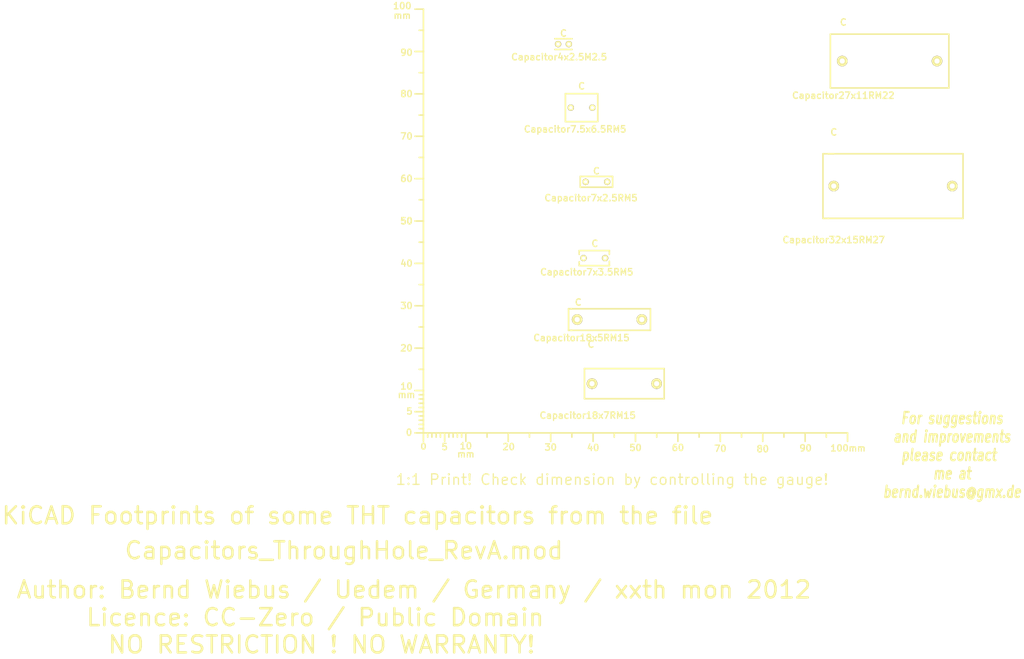
<source format=kicad_pcb>
(kicad_pcb (version 3) (host pcbnew "(2013-03-30 BZR 4007)-stable")

  (general
    (links 0)
    (no_connects 0)
    (area 33.10636 40.805099 274.02378 197.30085)
    (thickness 1.6002)
    (drawings 6)
    (tracks 0)
    (zones 0)
    (modules 9)
    (nets 1)
  )

  (page A4)
  (layers
    (15 Vorderseite signal)
    (0 Rückseite signal)
    (16 B.Adhes user)
    (17 F.Adhes user)
    (18 B.Paste user)
    (19 F.Paste user)
    (20 B.SilkS user)
    (21 F.SilkS user)
    (22 B.Mask user)
    (23 F.Mask user)
    (24 Dwgs.User user)
    (25 Cmts.User user)
    (26 Eco1.User user)
    (27 Eco2.User user)
    (28 Edge.Cuts user)
  )

  (setup
    (last_trace_width 0.2032)
    (trace_clearance 0.254)
    (zone_clearance 0.508)
    (zone_45_only no)
    (trace_min 0.2032)
    (segment_width 0.381)
    (edge_width 0.381)
    (via_size 0.889)
    (via_drill 0.635)
    (via_min_size 0.889)
    (via_min_drill 0.508)
    (uvia_size 0.508)
    (uvia_drill 0.127)
    (uvias_allowed no)
    (uvia_min_size 0.508)
    (uvia_min_drill 0.127)
    (pcb_text_width 0.3048)
    (pcb_text_size 1.524 2.032)
    (mod_edge_width 0.381)
    (mod_text_size 1.524 1.524)
    (mod_text_width 0.3048)
    (pad_size 1.524 1.524)
    (pad_drill 0.8128)
    (pad_to_mask_clearance 0.254)
    (aux_axis_origin 0 0)
    (visible_elements 7FFFFFFF)
    (pcbplotparams
      (layerselection 3178497)
      (usegerberextensions true)
      (excludeedgelayer true)
      (linewidth 60)
      (plotframeref false)
      (viasonmask false)
      (mode 1)
      (useauxorigin false)
      (hpglpennumber 1)
      (hpglpenspeed 20)
      (hpglpendiameter 15)
      (hpglpenoverlay 0)
      (psnegative false)
      (psa4output false)
      (plotreference true)
      (plotvalue true)
      (plotothertext true)
      (plotinvisibletext false)
      (padsonsilk false)
      (subtractmaskfromsilk false)
      (outputformat 1)
      (mirror false)
      (drillshape 1)
      (scaleselection 1)
      (outputdirectory ""))
  )

  (net 0 "")

  (net_class Default "Dies ist die voreingestellte Netzklasse."
    (clearance 0.254)
    (trace_width 0.2032)
    (via_dia 0.889)
    (via_drill 0.635)
    (uvia_dia 0.508)
    (uvia_drill 0.127)
    (add_net "")
  )

  (module Gauge_100mm_Type2_SilkScreenTop_RevA_Date22Jun2010 (layer Vorderseite) (tedit 4D963937) (tstamp 4D88F07A)
    (at 132.75056 141.2494)
    (descr "Gauge, Massstab, 100mm, SilkScreenTop, Type 2,")
    (tags "Gauge, Massstab, 100mm, SilkScreenTop, Type 2,")
    (path Gauge_100mm_Type2_SilkScreenTop_RevA_Date22Jun2010)
    (fp_text reference MSC (at 4.0005 8.99922) (layer F.SilkS) hide
      (effects (font (size 1.524 1.524) (thickness 0.3048)))
    )
    (fp_text value Gauge_100mm_Type2_SilkScreenTop_RevA_Date22Jun2010 (at 45.9994 8.99922) (layer F.SilkS) hide
      (effects (font (size 1.524 1.524) (thickness 0.3048)))
    )
    (fp_text user mm (at 9.99998 5.00126) (layer F.SilkS)
      (effects (font (size 1.524 1.524) (thickness 0.3048)))
    )
    (fp_text user mm (at -4.0005 -8.99922) (layer F.SilkS)
      (effects (font (size 1.524 1.524) (thickness 0.3048)))
    )
    (fp_text user mm (at -5.00126 -98.5012) (layer F.SilkS)
      (effects (font (size 1.524 1.524) (thickness 0.3048)))
    )
    (fp_text user 10 (at 10.00506 3.0988) (layer F.SilkS)
      (effects (font (size 1.50114 1.50114) (thickness 0.29972)))
    )
    (fp_text user 0 (at 0.00508 3.19786) (layer F.SilkS)
      (effects (font (size 1.39954 1.50114) (thickness 0.29972)))
    )
    (fp_text user 5 (at 5.0038 3.29946) (layer F.SilkS)
      (effects (font (size 1.50114 1.50114) (thickness 0.29972)))
    )
    (fp_text user 20 (at 20.1041 3.29946) (layer F.SilkS)
      (effects (font (size 1.50114 1.50114) (thickness 0.29972)))
    )
    (fp_text user 30 (at 30.00502 3.39852) (layer F.SilkS)
      (effects (font (size 1.50114 1.50114) (thickness 0.29972)))
    )
    (fp_text user 40 (at 40.005 3.50012) (layer F.SilkS)
      (effects (font (size 1.50114 1.50114) (thickness 0.29972)))
    )
    (fp_text user 50 (at 50.00498 3.50012) (layer F.SilkS)
      (effects (font (size 1.50114 1.50114) (thickness 0.29972)))
    )
    (fp_text user 60 (at 60.00496 3.50012) (layer F.SilkS)
      (effects (font (size 1.50114 1.50114) (thickness 0.29972)))
    )
    (fp_text user 70 (at 70.00494 3.70078) (layer F.SilkS)
      (effects (font (size 1.50114 1.50114) (thickness 0.29972)))
    )
    (fp_text user 80 (at 80.00492 3.79984) (layer F.SilkS)
      (effects (font (size 1.50114 1.50114) (thickness 0.29972)))
    )
    (fp_text user 90 (at 90.1065 3.60172) (layer F.SilkS)
      (effects (font (size 1.50114 1.50114) (thickness 0.29972)))
    )
    (fp_text user 100mm (at 100.10648 3.60172) (layer F.SilkS)
      (effects (font (size 1.50114 1.50114) (thickness 0.29972)))
    )
    (fp_line (start 0 -8.99922) (end -1.00076 -8.99922) (layer F.SilkS) (width 0.381))
    (fp_line (start 0 -8.001) (end -1.00076 -8.001) (layer F.SilkS) (width 0.381))
    (fp_line (start 0 -7.00024) (end -1.00076 -7.00024) (layer F.SilkS) (width 0.381))
    (fp_line (start 0 -5.99948) (end -1.00076 -5.99948) (layer F.SilkS) (width 0.381))
    (fp_line (start 0 -4.0005) (end -1.00076 -4.0005) (layer F.SilkS) (width 0.381))
    (fp_line (start 0 -2.99974) (end -1.00076 -2.99974) (layer F.SilkS) (width 0.381))
    (fp_line (start 0 -1.99898) (end -1.00076 -1.99898) (layer F.SilkS) (width 0.381))
    (fp_line (start 0 -1.00076) (end -1.00076 -1.00076) (layer F.SilkS) (width 0.381))
    (fp_line (start 0 0) (end -1.99898 0) (layer F.SilkS) (width 0.381))
    (fp_line (start 0 -5.00126) (end -1.99898 -5.00126) (layer F.SilkS) (width 0.381))
    (fp_line (start 0 -9.99998) (end -1.99898 -9.99998) (layer F.SilkS) (width 0.381))
    (fp_line (start 0 -15.00124) (end -1.00076 -15.00124) (layer F.SilkS) (width 0.381))
    (fp_line (start 0 -19.99996) (end -1.99898 -19.99996) (layer F.SilkS) (width 0.381))
    (fp_line (start 0 -25.00122) (end -1.00076 -25.00122) (layer F.SilkS) (width 0.381))
    (fp_line (start 0 -29.99994) (end -1.99898 -29.99994) (layer F.SilkS) (width 0.381))
    (fp_line (start 0 -35.0012) (end -1.00076 -35.0012) (layer F.SilkS) (width 0.381))
    (fp_line (start 0 -39.99992) (end -1.99898 -39.99992) (layer F.SilkS) (width 0.381))
    (fp_line (start 0 -45.00118) (end -1.00076 -45.00118) (layer F.SilkS) (width 0.381))
    (fp_line (start 0 -49.9999) (end -1.99898 -49.9999) (layer F.SilkS) (width 0.381))
    (fp_line (start 0 -55.00116) (end -1.00076 -55.00116) (layer F.SilkS) (width 0.381))
    (fp_line (start 0 -59.99988) (end -1.99898 -59.99988) (layer F.SilkS) (width 0.381))
    (fp_line (start 0 -65.00114) (end -1.00076 -65.00114) (layer F.SilkS) (width 0.381))
    (fp_line (start 0 -69.99986) (end -1.99898 -69.99986) (layer F.SilkS) (width 0.381))
    (fp_line (start 0 -75.00112) (end -1.00076 -75.00112) (layer F.SilkS) (width 0.381))
    (fp_line (start 0 -79.99984) (end -1.99898 -79.99984) (layer F.SilkS) (width 0.381))
    (fp_line (start 0 -85.0011) (end -1.00076 -85.0011) (layer F.SilkS) (width 0.381))
    (fp_line (start 0 -89.99982) (end -1.99898 -89.99982) (layer F.SilkS) (width 0.381))
    (fp_line (start 0 -95.00108) (end -1.00076 -95.00108) (layer F.SilkS) (width 0.381))
    (fp_line (start 0 0) (end 0 -99.9998) (layer F.SilkS) (width 0.381))
    (fp_line (start 0 -99.9998) (end -1.99898 -99.9998) (layer F.SilkS) (width 0.381))
    (fp_text user 100 (at -4.99872 -100.7491) (layer F.SilkS)
      (effects (font (size 1.50114 1.50114) (thickness 0.29972)))
    )
    (fp_text user 90 (at -4.0005 -89.7509) (layer F.SilkS)
      (effects (font (size 1.50114 1.50114) (thickness 0.29972)))
    )
    (fp_text user 80 (at -4.0005 -79.99984) (layer F.SilkS)
      (effects (font (size 1.50114 1.50114) (thickness 0.29972)))
    )
    (fp_text user 70 (at -4.0005 -69.99986) (layer F.SilkS)
      (effects (font (size 1.50114 1.50114) (thickness 0.29972)))
    )
    (fp_text user 60 (at -4.0005 -59.99988) (layer F.SilkS)
      (effects (font (size 1.50114 1.50114) (thickness 0.29972)))
    )
    (fp_text user 50 (at -4.0005 -49.9999) (layer F.SilkS)
      (effects (font (size 1.50114 1.50114) (thickness 0.34036)))
    )
    (fp_text user 40 (at -4.0005 -39.99992) (layer F.SilkS)
      (effects (font (size 1.50114 1.50114) (thickness 0.29972)))
    )
    (fp_text user 30 (at -4.0005 -29.99994) (layer F.SilkS)
      (effects (font (size 1.50114 1.50114) (thickness 0.29972)))
    )
    (fp_text user 20 (at -4.0005 -19.99996) (layer F.SilkS)
      (effects (font (size 1.50114 1.50114) (thickness 0.29972)))
    )
    (fp_line (start 95.00108 0) (end 95.00108 1.00076) (layer F.SilkS) (width 0.381))
    (fp_line (start 89.99982 0) (end 89.99982 1.99898) (layer F.SilkS) (width 0.381))
    (fp_line (start 85.0011 0) (end 85.0011 1.00076) (layer F.SilkS) (width 0.381))
    (fp_line (start 79.99984 0) (end 79.99984 1.99898) (layer F.SilkS) (width 0.381))
    (fp_line (start 75.00112 0) (end 75.00112 1.00076) (layer F.SilkS) (width 0.381))
    (fp_line (start 69.99986 0) (end 69.99986 1.99898) (layer F.SilkS) (width 0.381))
    (fp_line (start 65.00114 0) (end 65.00114 1.00076) (layer F.SilkS) (width 0.381))
    (fp_line (start 59.99988 0) (end 59.99988 1.99898) (layer F.SilkS) (width 0.381))
    (fp_line (start 55.00116 0) (end 55.00116 1.00076) (layer F.SilkS) (width 0.381))
    (fp_line (start 49.9999 0) (end 49.9999 1.99898) (layer F.SilkS) (width 0.381))
    (fp_line (start 45.00118 0) (end 45.00118 1.00076) (layer F.SilkS) (width 0.381))
    (fp_line (start 39.99992 0) (end 39.99992 1.99898) (layer F.SilkS) (width 0.381))
    (fp_line (start 35.0012 0) (end 35.0012 1.00076) (layer F.SilkS) (width 0.381))
    (fp_line (start 29.99994 0) (end 29.99994 1.99898) (layer F.SilkS) (width 0.381))
    (fp_line (start 25.00122 0) (end 25.00122 1.00076) (layer F.SilkS) (width 0.381))
    (fp_line (start 19.99996 0) (end 19.99996 1.99898) (layer F.SilkS) (width 0.381))
    (fp_line (start 15.00124 0) (end 15.00124 1.00076) (layer F.SilkS) (width 0.381))
    (fp_line (start 9.99998 0) (end 99.9998 0) (layer F.SilkS) (width 0.381))
    (fp_line (start 99.9998 0) (end 99.9998 1.99898) (layer F.SilkS) (width 0.381))
    (fp_text user 5 (at -3.302 -5.10286) (layer F.SilkS)
      (effects (font (size 1.50114 1.50114) (thickness 0.29972)))
    )
    (fp_text user 0 (at -3.4036 -0.10414) (layer F.SilkS)
      (effects (font (size 1.50114 1.50114) (thickness 0.29972)))
    )
    (fp_text user 10 (at -4.0005 -11.00074) (layer F.SilkS)
      (effects (font (size 1.50114 1.50114) (thickness 0.29972)))
    )
    (fp_line (start 8.99922 0) (end 8.99922 1.00076) (layer F.SilkS) (width 0.381))
    (fp_line (start 8.001 0) (end 8.001 1.00076) (layer F.SilkS) (width 0.381))
    (fp_line (start 7.00024 0) (end 7.00024 1.00076) (layer F.SilkS) (width 0.381))
    (fp_line (start 5.99948 0) (end 5.99948 1.00076) (layer F.SilkS) (width 0.381))
    (fp_line (start 4.0005 0) (end 4.0005 1.00076) (layer F.SilkS) (width 0.381))
    (fp_line (start 2.99974 0) (end 2.99974 1.00076) (layer F.SilkS) (width 0.381))
    (fp_line (start 1.99898 0) (end 1.99898 1.00076) (layer F.SilkS) (width 0.381))
    (fp_line (start 1.00076 0) (end 1.00076 1.00076) (layer F.SilkS) (width 0.381))
    (fp_line (start 5.00126 0) (end 5.00126 1.99898) (layer F.SilkS) (width 0.381))
    (fp_line (start 0 0) (end 0 1.99898) (layer F.SilkS) (width 0.381))
    (fp_line (start 0 0) (end 9.99998 0) (layer F.SilkS) (width 0.381))
    (fp_line (start 9.99998 0) (end 9.99998 1.99898) (layer F.SilkS) (width 0.381))
  )

  (module Capacitor4x3RM2.5 (layer Vorderseite) (tedit 4BAE1C6A) (tstamp 515B7269)
    (at 164.5 49.5)
    (descr "Capacitor 4mm x 2,5mm RM 2,5mm")
    (tags "Capacitor Kondensator")
    (fp_text reference C (at 1.27 -2.54) (layer F.SilkS)
      (effects (font (size 1.524 1.524) (thickness 0.3048)))
    )
    (fp_text value Capacitor4x2.5M2.5 (at 0.254 3.048) (layer F.SilkS)
      (effects (font (size 1.524 1.524) (thickness 0.3048)))
    )
    (fp_line (start 3.302 -1.27) (end -0.762 -1.27) (layer F.SilkS) (width 0.381))
    (fp_line (start -0.762 1.27) (end 3.302 1.27) (layer F.SilkS) (width 0.381))
    (pad 1 thru_hole circle (at 0 0) (size 1.50114 1.50114) (drill 0.8001)
      (layers *.Cu *.Mask F.SilkS)
    )
    (pad 2 thru_hole circle (at 2.54 0) (size 1.50114 1.50114) (drill 0.8001)
      (layers *.Cu *.Mask F.SilkS)
    )
  )

  (module Capacitor7.5x6.5RM5 (layer Vorderseite) (tedit 4BAE1AFB) (tstamp 515B72D8)
    (at 167.5 64.5)
    (descr "Capacitor 7,5mm x 6,5mm RM 5mm")
    (tags "Capacitor Kondensator")
    (fp_text reference C (at 2.54 -5.08) (layer F.SilkS)
      (effects (font (size 1.524 1.524) (thickness 0.3048)))
    )
    (fp_text value Capacitor7.5x6.5RM5 (at 1.016 5.08) (layer F.SilkS)
      (effects (font (size 1.524 1.524) (thickness 0.3048)))
    )
    (fp_line (start 6.35 3.302) (end 6.35 -3.302) (layer F.SilkS) (width 0.381))
    (fp_line (start 6.35 -3.302) (end -1.27 -3.302) (layer F.SilkS) (width 0.381))
    (fp_line (start -1.27 -3.302) (end -1.27 3.302) (layer F.SilkS) (width 0.381))
    (fp_line (start -1.27 3.302) (end 6.35 3.302) (layer F.SilkS) (width 0.381))
    (pad 1 thru_hole circle (at 0 0) (size 1.50114 1.50114) (drill 0.8001)
      (layers *.Cu *.Mask F.SilkS)
    )
    (pad 2 thru_hole circle (at 5.08 0) (size 1.50114 1.50114) (drill 0.8001)
      (layers *.Cu *.Mask F.SilkS)
    )
  )

  (module Capacitor7x2.5RM5 (layer Vorderseite) (tedit 4BAE1B31) (tstamp 515B734B)
    (at 171 82)
    (descr "Capacitor 7mm x 2,5mm RM 5mm")
    (tags "Capacitor Kondensator")
    (fp_text reference C (at 2.54 -2.54) (layer F.SilkS)
      (effects (font (size 1.524 1.524) (thickness 0.3048)))
    )
    (fp_text value Capacitor7x2.5RM5 (at 1.27 3.81) (layer F.SilkS)
      (effects (font (size 1.524 1.524) (thickness 0.3048)))
    )
    (fp_line (start 6.35 1.27) (end 6.35 -1.27) (layer F.SilkS) (width 0.381))
    (fp_line (start 6.35 -1.27) (end -1.27 -1.27) (layer F.SilkS) (width 0.381))
    (fp_line (start -1.27 -1.27) (end -1.27 1.27) (layer F.SilkS) (width 0.381))
    (fp_line (start -1.27 1.27) (end 6.35 1.27) (layer F.SilkS) (width 0.381))
    (pad 1 thru_hole circle (at 0 0) (size 1.50114 1.50114) (drill 0.8001)
      (layers *.Cu *.Mask F.SilkS)
    )
    (pad 2 thru_hole circle (at 5.08 0) (size 1.50114 1.50114) (drill 0.8001)
      (layers *.Cu *.Mask F.SilkS)
    )
  )

  (module Capacitor7x3.5RM5 (layer Vorderseite) (tedit 4BAE1B7D) (tstamp 515B73C2)
    (at 170.5 100)
    (descr "Capacitor 7mm x 3,5mm RM 5mm")
    (tags "Capacitor Kondensator")
    (fp_text reference C (at 2.667 -3.429) (layer F.SilkS)
      (effects (font (size 1.524 1.524) (thickness 0.3048)))
    )
    (fp_text value Capacitor7x3.5RM5 (at 0.762 3.302) (layer F.SilkS)
      (effects (font (size 1.524 1.524) (thickness 0.3048)))
    )
    (fp_line (start 6.096 1.778) (end 6.096 0.762) (layer F.SilkS) (width 0.381))
    (fp_line (start 6.096 -1.778) (end 6.096 -0.889) (layer F.SilkS) (width 0.381))
    (fp_line (start -1.016 1.778) (end -1.016 0.889) (layer F.SilkS) (width 0.381))
    (fp_line (start -1.016 -1.778) (end -1.016 -0.889) (layer F.SilkS) (width 0.381))
    (fp_line (start 6.096 -1.778) (end -1.016 -1.778) (layer F.SilkS) (width 0.381))
    (fp_line (start -1.016 1.778) (end 6.096 1.778) (layer F.SilkS) (width 0.381))
    (pad 1 thru_hole circle (at 0 0) (size 1.50114 1.50114) (drill 0.8001)
      (layers *.Cu *.Mask F.SilkS)
    )
    (pad 2 thru_hole circle (at 5.08 0) (size 1.50114 1.50114) (drill 0.8001)
      (layers *.Cu *.Mask F.SilkS)
    )
  )

  (module Capacitor18x5RM15 (layer Vorderseite) (tedit 4B5769D8) (tstamp 515B743D)
    (at 169 114.5)
    (descr "Capacitor 18mm x 5mm RM 5mm")
    (tags "Capacitor Kondensator Folienkondensator")
    (fp_text reference C (at 0.254 -4.064) (layer F.SilkS)
      (effects (font (size 1.524 1.524) (thickness 0.3048)))
    )
    (fp_text value Capacitor18x5RM15 (at 1.016 4.318) (layer F.SilkS)
      (effects (font (size 1.524 1.524) (thickness 0.3048)))
    )
    (fp_line (start -2.032 2.54) (end -1.27 2.54) (layer F.SilkS) (width 0.381))
    (fp_line (start -1.27 -2.54) (end -2.032 -2.54) (layer F.SilkS) (width 0.381))
    (fp_line (start 17.272 2.54) (end 17.272 -2.54) (layer F.SilkS) (width 0.381))
    (fp_line (start 17.272 -2.54) (end -1.524 -2.54) (layer F.SilkS) (width 0.381))
    (fp_line (start -2.032 -2.54) (end -2.032 2.54) (layer F.SilkS) (width 0.381))
    (fp_line (start -1.524 2.54) (end 17.272 2.54) (layer F.SilkS) (width 0.381))
    (pad 1 thru_hole circle (at 0 0) (size 2.49936 2.49936) (drill 1.19888)
      (layers *.Cu *.Mask F.SilkS)
    )
    (pad 2 thru_hole circle (at 15.24 0) (size 2.49936 2.49936) (drill 1.19888)
      (layers *.Cu *.Mask F.SilkS)
    )
  )

  (module Capacitor18x7RM15 (layer Vorderseite) (tedit 4B5769F9) (tstamp 515B74B6)
    (at 172.5 129.5)
    (descr "Capacitor 18mm x 7mm RM 15mm")
    (tags "Capacitor Kondensator Folienkondensator")
    (fp_text reference C (at -0.254 -9.144) (layer F.SilkS)
      (effects (font (size 1.524 1.524) (thickness 0.3048)))
    )
    (fp_text value Capacitor18x7RM15 (at -1.016 7.62) (layer F.SilkS)
      (effects (font (size 1.524 1.524) (thickness 0.3048)))
    )
    (fp_line (start 17.018 3.683) (end 17.018 -3.175) (layer F.SilkS) (width 0.381))
    (fp_line (start 17.018 -3.175) (end 17.018 -3.429) (layer F.SilkS) (width 0.381))
    (fp_line (start 17.018 -3.429) (end -1.778 -3.429) (layer F.SilkS) (width 0.381))
    (fp_line (start -1.778 -3.429) (end -1.778 3.683) (layer F.SilkS) (width 0.381))
    (fp_line (start -1.778 3.683) (end 17.018 3.683) (layer F.SilkS) (width 0.381))
    (pad 1 thru_hole circle (at 0 0.127) (size 2.49936 2.49936) (drill 1.19888)
      (layers *.Cu *.Mask F.SilkS)
    )
    (pad 2 thru_hole circle (at 15.24 0.127) (size 2.49936 2.49936) (drill 1.19888)
      (layers *.Cu *.Mask F.SilkS)
    )
  )

  (module Capacitor27x11RM22 (layer Vorderseite) (tedit 4B576A20) (tstamp 515B752B)
    (at 231.5 53.5)
    (descr "Capacitor 27mm x 11mm RM 22mm")
    (tags "Capacitor Kondensator Folienkondensator")
    (fp_text reference C (at 0.254 -9.144) (layer F.SilkS)
      (effects (font (size 1.524 1.524) (thickness 0.3048)))
    )
    (fp_text value Capacitor27x11RM22 (at 0.254 8.128) (layer F.SilkS)
      (effects (font (size 1.524 1.524) (thickness 0.3048)))
    )
    (fp_line (start 25.146 -6.35) (end -2.794 -6.35) (layer F.SilkS) (width 0.381))
    (fp_line (start -2.794 -6.35) (end -2.794 6.35) (layer F.SilkS) (width 0.381))
    (fp_line (start -2.794 6.35) (end 25.146 6.35) (layer F.SilkS) (width 0.381))
    (fp_line (start 25.146 6.35) (end 25.146 -6.35) (layer F.SilkS) (width 0.381))
    (pad 1 thru_hole circle (at 0 0) (size 2.49936 2.49936) (drill 1.19888)
      (layers *.Cu *.Mask F.SilkS)
    )
    (pad 2 thru_hole circle (at 22.352 0) (size 2.49936 2.49936) (drill 1.19888)
      (layers *.Cu *.Mask F.SilkS)
    )
  )

  (module Capacitor32x15RM27 (layer Vorderseite) (tedit 4B576A5C) (tstamp 515B75A4)
    (at 229.5 83)
    (descr "Capacitor 32mm x 15mm RM 27mm")
    (tags "Capacitor Kondensator Folienkondensator")
    (fp_text reference C (at 0 -12.7) (layer F.SilkS)
      (effects (font (size 1.524 1.524) (thickness 0.3048)))
    )
    (fp_text value Capacitor32x15RM27 (at 0 12.7) (layer F.SilkS)
      (effects (font (size 1.524 1.524) (thickness 0.3048)))
    )
    (fp_line (start -2.54 7.62) (end -1.27 7.62) (layer F.SilkS) (width 0.381))
    (fp_line (start 0 -7.62) (end -1.27 -7.62) (layer F.SilkS) (width 0.381))
    (fp_line (start -1.27 -7.62) (end -2.54 -7.62) (layer F.SilkS) (width 0.381))
    (fp_line (start 30.48 7.62) (end 30.48 -7.62) (layer F.SilkS) (width 0.381))
    (fp_line (start 30.48 -7.62) (end -1.27 -7.62) (layer F.SilkS) (width 0.381))
    (fp_line (start -2.54 -7.62) (end -2.54 7.62) (layer F.SilkS) (width 0.381))
    (fp_line (start -1.27 7.62) (end 30.48 7.62) (layer F.SilkS) (width 0.381))
    (pad 1 thru_hole circle (at 27.94 0) (size 2.49936 2.49936) (drill 1.19888)
      (layers *.Cu *.Mask F.SilkS)
    )
    (pad 2 thru_hole circle (at 0 0) (size 2.49936 2.49936) (drill 1.19888)
      (layers *.Cu *.Mask F.SilkS)
    )
  )

  (gr_text "For suggestions\nand improvements\nplease contact \nme at\nbernd.wiebus@gmx.de" (at 257.41884 146.4691) (layer F.SilkS)
    (effects (font (size 2.70002 1.99898) (thickness 0.50038) italic))
  )
  (gr_text "1:1 Print! Check dimension by controlling the gauge!" (at 177.24882 152.25014) (layer F.SilkS)
    (effects (font (size 2.49936 2.49936) (thickness 0.29972)))
  )
  (gr_text "Licence: CC-Zero / Public Domain \nNO RESTRICTION ! NO WARRANTY!" (at 108.7501 188.00064) (layer F.SilkS)
    (effects (font (size 4.0005 4.0005) (thickness 0.59944)))
  )
  (gr_text "Author: Bernd Wiebus / Uedem / Germany / xxth mon 2012" (at 130.50012 178.24958) (layer F.SilkS)
    (effects (font (size 4.0005 4.0005) (thickness 0.59944)))
  )
  (gr_text Capacitors_ThroughHole_RevA.mod (at 114.00028 168.9989) (layer F.SilkS)
    (effects (font (size 4.0005 4.0005) (thickness 0.59944)))
  )
  (gr_text "KiCAD Footprints of some THT capacitors from the file " (at 118.75008 160.74898) (layer F.SilkS)
    (effects (font (size 4.0005 4.0005) (thickness 0.59944)))
  )

)

</source>
